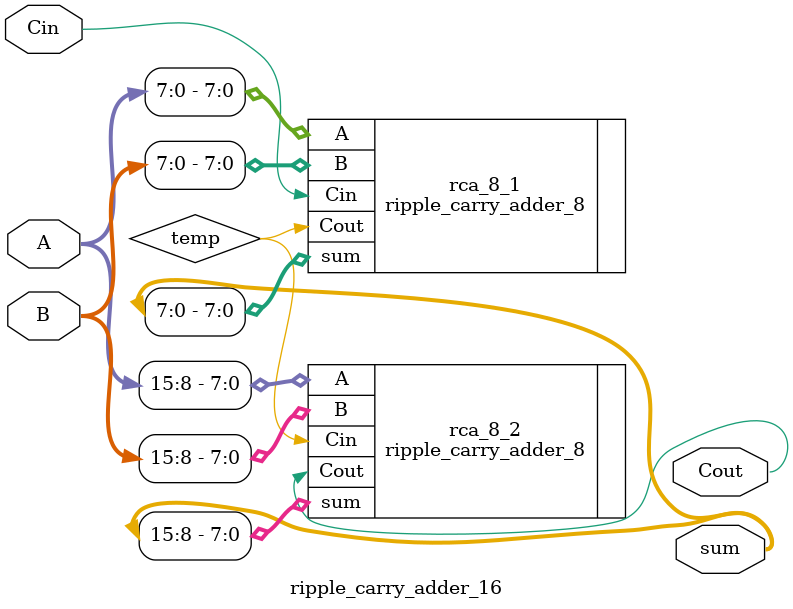
<source format=v>
`timescale 1ns / 1ps

//////////////////////////////////////////////////////////////////////////////////

// 16-bit Ripple Carry Adder
module ripple_carry_adder_16(sum, Cout, A, B, Cin);
	// Input / Output ports
	input[15:0] A, B;
	input Cin; 
	output[15:0] sum;
	output Cout;
	
	// intermediary wire
	wire temp;
	
	// Instantiate 2 8-bit RCAs
	ripple_carry_adder_8 rca_8_1(.Cin(Cin), .A(A[7:0]), .B(B[7:0]), .Cout(temp), .sum(sum[7:0]));
	ripple_carry_adder_8 rca_8_2(.Cin(temp), .A(A[15:8]), .B(B[15:8]), .Cout(Cout), .sum(sum[15:8]));

endmodule

</source>
